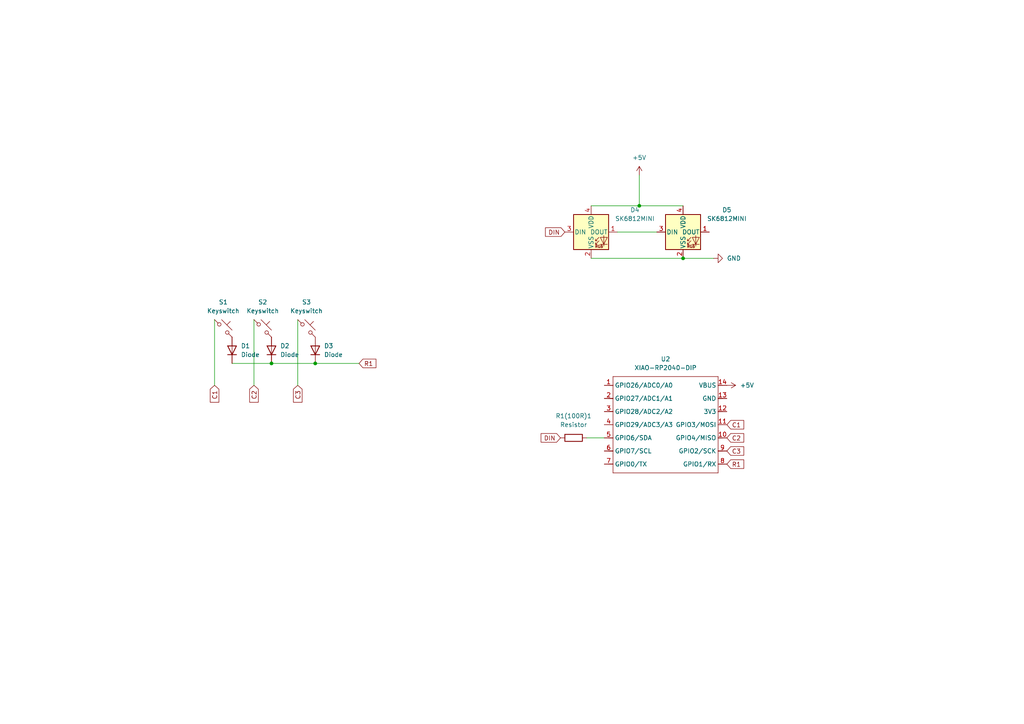
<source format=kicad_sch>
(kicad_sch
	(version 20250114)
	(generator "eeschema")
	(generator_version "9.0")
	(uuid "272d3b13-e81b-4dd4-9933-f4c7d1e0560a")
	(paper "A4")
	(lib_symbols
		(symbol "LED:SK6812MINI"
			(pin_names
				(offset 0.254)
			)
			(exclude_from_sim no)
			(in_bom yes)
			(on_board yes)
			(property "Reference" "D"
				(at 5.08 5.715 0)
				(effects
					(font
						(size 1.27 1.27)
					)
					(justify right bottom)
				)
			)
			(property "Value" "SK6812MINI"
				(at 1.27 -5.715 0)
				(effects
					(font
						(size 1.27 1.27)
					)
					(justify left top)
				)
			)
			(property "Footprint" "LED_SMD:LED_SK6812MINI_PLCC4_3.5x3.5mm_P1.75mm"
				(at 1.27 -7.62 0)
				(effects
					(font
						(size 1.27 1.27)
					)
					(justify left top)
					(hide yes)
				)
			)
			(property "Datasheet" "https://cdn-shop.adafruit.com/product-files/2686/SK6812MINI_REV.01-1-2.pdf"
				(at 2.54 -9.525 0)
				(effects
					(font
						(size 1.27 1.27)
					)
					(justify left top)
					(hide yes)
				)
			)
			(property "Description" "RGB LED with integrated controller"
				(at 0 0 0)
				(effects
					(font
						(size 1.27 1.27)
					)
					(hide yes)
				)
			)
			(property "ki_keywords" "RGB LED NeoPixel Mini addressable"
				(at 0 0 0)
				(effects
					(font
						(size 1.27 1.27)
					)
					(hide yes)
				)
			)
			(property "ki_fp_filters" "LED*SK6812MINI*PLCC*3.5x3.5mm*P1.75mm*"
				(at 0 0 0)
				(effects
					(font
						(size 1.27 1.27)
					)
					(hide yes)
				)
			)
			(symbol "SK6812MINI_0_0"
				(text "RGB"
					(at 2.286 -4.191 0)
					(effects
						(font
							(size 0.762 0.762)
						)
					)
				)
			)
			(symbol "SK6812MINI_0_1"
				(polyline
					(pts
						(xy 1.27 -2.54) (xy 1.778 -2.54)
					)
					(stroke
						(width 0)
						(type default)
					)
					(fill
						(type none)
					)
				)
				(polyline
					(pts
						(xy 1.27 -3.556) (xy 1.778 -3.556)
					)
					(stroke
						(width 0)
						(type default)
					)
					(fill
						(type none)
					)
				)
				(polyline
					(pts
						(xy 2.286 -1.524) (xy 1.27 -2.54) (xy 1.27 -2.032)
					)
					(stroke
						(width 0)
						(type default)
					)
					(fill
						(type none)
					)
				)
				(polyline
					(pts
						(xy 2.286 -2.54) (xy 1.27 -3.556) (xy 1.27 -3.048)
					)
					(stroke
						(width 0)
						(type default)
					)
					(fill
						(type none)
					)
				)
				(polyline
					(pts
						(xy 3.683 -1.016) (xy 3.683 -3.556) (xy 3.683 -4.064)
					)
					(stroke
						(width 0)
						(type default)
					)
					(fill
						(type none)
					)
				)
				(polyline
					(pts
						(xy 4.699 -1.524) (xy 2.667 -1.524) (xy 3.683 -3.556) (xy 4.699 -1.524)
					)
					(stroke
						(width 0)
						(type default)
					)
					(fill
						(type none)
					)
				)
				(polyline
					(pts
						(xy 4.699 -3.556) (xy 2.667 -3.556)
					)
					(stroke
						(width 0)
						(type default)
					)
					(fill
						(type none)
					)
				)
				(rectangle
					(start 5.08 5.08)
					(end -5.08 -5.08)
					(stroke
						(width 0.254)
						(type default)
					)
					(fill
						(type background)
					)
				)
			)
			(symbol "SK6812MINI_1_1"
				(pin input line
					(at -7.62 0 0)
					(length 2.54)
					(name "DIN"
						(effects
							(font
								(size 1.27 1.27)
							)
						)
					)
					(number "3"
						(effects
							(font
								(size 1.27 1.27)
							)
						)
					)
				)
				(pin power_in line
					(at 0 7.62 270)
					(length 2.54)
					(name "VDD"
						(effects
							(font
								(size 1.27 1.27)
							)
						)
					)
					(number "4"
						(effects
							(font
								(size 1.27 1.27)
							)
						)
					)
				)
				(pin power_in line
					(at 0 -7.62 90)
					(length 2.54)
					(name "VSS"
						(effects
							(font
								(size 1.27 1.27)
							)
						)
					)
					(number "2"
						(effects
							(font
								(size 1.27 1.27)
							)
						)
					)
				)
				(pin output line
					(at 7.62 0 180)
					(length 2.54)
					(name "DOUT"
						(effects
							(font
								(size 1.27 1.27)
							)
						)
					)
					(number "1"
						(effects
							(font
								(size 1.27 1.27)
							)
						)
					)
				)
			)
			(embedded_fonts no)
		)
		(symbol "OPL:XIAO-RP2040-DIP"
			(exclude_from_sim no)
			(in_bom yes)
			(on_board yes)
			(property "Reference" "U"
				(at 0 0 0)
				(effects
					(font
						(size 1.27 1.27)
					)
				)
			)
			(property "Value" "XIAO-RP2040-DIP"
				(at 5.334 -1.778 0)
				(effects
					(font
						(size 1.27 1.27)
					)
				)
			)
			(property "Footprint" "Module:MOUDLE14P-XIAO-DIP-SMD"
				(at 14.478 -32.258 0)
				(effects
					(font
						(size 1.27 1.27)
					)
					(hide yes)
				)
			)
			(property "Datasheet" ""
				(at 0 0 0)
				(effects
					(font
						(size 1.27 1.27)
					)
					(hide yes)
				)
			)
			(property "Description" ""
				(at 0 0 0)
				(effects
					(font
						(size 1.27 1.27)
					)
					(hide yes)
				)
			)
			(symbol "XIAO-RP2040-DIP_1_0"
				(polyline
					(pts
						(xy -1.27 -2.54) (xy 29.21 -2.54)
					)
					(stroke
						(width 0.1524)
						(type solid)
					)
					(fill
						(type none)
					)
				)
				(polyline
					(pts
						(xy -1.27 -5.08) (xy -2.54 -5.08)
					)
					(stroke
						(width 0.1524)
						(type solid)
					)
					(fill
						(type none)
					)
				)
				(polyline
					(pts
						(xy -1.27 -5.08) (xy -1.27 -2.54)
					)
					(stroke
						(width 0.1524)
						(type solid)
					)
					(fill
						(type none)
					)
				)
				(polyline
					(pts
						(xy -1.27 -8.89) (xy -2.54 -8.89)
					)
					(stroke
						(width 0.1524)
						(type solid)
					)
					(fill
						(type none)
					)
				)
				(polyline
					(pts
						(xy -1.27 -8.89) (xy -1.27 -5.08)
					)
					(stroke
						(width 0.1524)
						(type solid)
					)
					(fill
						(type none)
					)
				)
				(polyline
					(pts
						(xy -1.27 -12.7) (xy -2.54 -12.7)
					)
					(stroke
						(width 0.1524)
						(type solid)
					)
					(fill
						(type none)
					)
				)
				(polyline
					(pts
						(xy -1.27 -12.7) (xy -1.27 -8.89)
					)
					(stroke
						(width 0.1524)
						(type solid)
					)
					(fill
						(type none)
					)
				)
				(polyline
					(pts
						(xy -1.27 -16.51) (xy -2.54 -16.51)
					)
					(stroke
						(width 0.1524)
						(type solid)
					)
					(fill
						(type none)
					)
				)
				(polyline
					(pts
						(xy -1.27 -16.51) (xy -1.27 -12.7)
					)
					(stroke
						(width 0.1524)
						(type solid)
					)
					(fill
						(type none)
					)
				)
				(polyline
					(pts
						(xy -1.27 -20.32) (xy -2.54 -20.32)
					)
					(stroke
						(width 0.1524)
						(type solid)
					)
					(fill
						(type none)
					)
				)
				(polyline
					(pts
						(xy -1.27 -24.13) (xy -2.54 -24.13)
					)
					(stroke
						(width 0.1524)
						(type solid)
					)
					(fill
						(type none)
					)
				)
				(polyline
					(pts
						(xy -1.27 -27.94) (xy -2.54 -27.94)
					)
					(stroke
						(width 0.1524)
						(type solid)
					)
					(fill
						(type none)
					)
				)
				(polyline
					(pts
						(xy -1.27 -30.48) (xy -1.27 -16.51)
					)
					(stroke
						(width 0.1524)
						(type solid)
					)
					(fill
						(type none)
					)
				)
				(polyline
					(pts
						(xy 29.21 -2.54) (xy 29.21 -5.08)
					)
					(stroke
						(width 0.1524)
						(type solid)
					)
					(fill
						(type none)
					)
				)
				(polyline
					(pts
						(xy 29.21 -5.08) (xy 29.21 -8.89)
					)
					(stroke
						(width 0.1524)
						(type solid)
					)
					(fill
						(type none)
					)
				)
				(polyline
					(pts
						(xy 29.21 -8.89) (xy 29.21 -12.7)
					)
					(stroke
						(width 0.1524)
						(type solid)
					)
					(fill
						(type none)
					)
				)
				(polyline
					(pts
						(xy 29.21 -12.7) (xy 29.21 -30.48)
					)
					(stroke
						(width 0.1524)
						(type solid)
					)
					(fill
						(type none)
					)
				)
				(polyline
					(pts
						(xy 29.21 -30.48) (xy -1.27 -30.48)
					)
					(stroke
						(width 0.1524)
						(type solid)
					)
					(fill
						(type none)
					)
				)
				(polyline
					(pts
						(xy 30.48 -5.08) (xy 29.21 -5.08)
					)
					(stroke
						(width 0.1524)
						(type solid)
					)
					(fill
						(type none)
					)
				)
				(polyline
					(pts
						(xy 30.48 -8.89) (xy 29.21 -8.89)
					)
					(stroke
						(width 0.1524)
						(type solid)
					)
					(fill
						(type none)
					)
				)
				(polyline
					(pts
						(xy 30.48 -12.7) (xy 29.21 -12.7)
					)
					(stroke
						(width 0.1524)
						(type solid)
					)
					(fill
						(type none)
					)
				)
				(polyline
					(pts
						(xy 30.48 -16.51) (xy 29.21 -16.51)
					)
					(stroke
						(width 0.1524)
						(type solid)
					)
					(fill
						(type none)
					)
				)
				(polyline
					(pts
						(xy 30.48 -20.32) (xy 29.21 -20.32)
					)
					(stroke
						(width 0.1524)
						(type solid)
					)
					(fill
						(type none)
					)
				)
				(polyline
					(pts
						(xy 30.48 -24.13) (xy 29.21 -24.13)
					)
					(stroke
						(width 0.1524)
						(type solid)
					)
					(fill
						(type none)
					)
				)
				(polyline
					(pts
						(xy 30.48 -27.94) (xy 29.21 -27.94)
					)
					(stroke
						(width 0.1524)
						(type solid)
					)
					(fill
						(type none)
					)
				)
				(pin passive line
					(at -3.81 -5.08 0)
					(length 2.54)
					(name "GPIO26/ADC0/A0"
						(effects
							(font
								(size 1.27 1.27)
							)
						)
					)
					(number "1"
						(effects
							(font
								(size 1.27 1.27)
							)
						)
					)
				)
				(pin passive line
					(at -3.81 -8.89 0)
					(length 2.54)
					(name "GPIO27/ADC1/A1"
						(effects
							(font
								(size 1.27 1.27)
							)
						)
					)
					(number "2"
						(effects
							(font
								(size 1.27 1.27)
							)
						)
					)
				)
				(pin passive line
					(at -3.81 -12.7 0)
					(length 2.54)
					(name "GPIO28/ADC2/A2"
						(effects
							(font
								(size 1.27 1.27)
							)
						)
					)
					(number "3"
						(effects
							(font
								(size 1.27 1.27)
							)
						)
					)
				)
				(pin passive line
					(at -3.81 -16.51 0)
					(length 2.54)
					(name "GPIO29/ADC3/A3"
						(effects
							(font
								(size 1.27 1.27)
							)
						)
					)
					(number "4"
						(effects
							(font
								(size 1.27 1.27)
							)
						)
					)
				)
				(pin passive line
					(at -3.81 -20.32 0)
					(length 2.54)
					(name "GPIO6/SDA"
						(effects
							(font
								(size 1.27 1.27)
							)
						)
					)
					(number "5"
						(effects
							(font
								(size 1.27 1.27)
							)
						)
					)
				)
				(pin passive line
					(at -3.81 -24.13 0)
					(length 2.54)
					(name "GPIO7/SCL"
						(effects
							(font
								(size 1.27 1.27)
							)
						)
					)
					(number "6"
						(effects
							(font
								(size 1.27 1.27)
							)
						)
					)
				)
				(pin passive line
					(at -3.81 -27.94 0)
					(length 2.54)
					(name "GPIO0/TX"
						(effects
							(font
								(size 1.27 1.27)
							)
						)
					)
					(number "7"
						(effects
							(font
								(size 1.27 1.27)
							)
						)
					)
				)
				(pin passive line
					(at 31.75 -5.08 180)
					(length 2.54)
					(name "VBUS"
						(effects
							(font
								(size 1.27 1.27)
							)
						)
					)
					(number "14"
						(effects
							(font
								(size 1.27 1.27)
							)
						)
					)
				)
				(pin passive line
					(at 31.75 -8.89 180)
					(length 2.54)
					(name "GND"
						(effects
							(font
								(size 1.27 1.27)
							)
						)
					)
					(number "13"
						(effects
							(font
								(size 1.27 1.27)
							)
						)
					)
				)
				(pin passive line
					(at 31.75 -12.7 180)
					(length 2.54)
					(name "3V3"
						(effects
							(font
								(size 1.27 1.27)
							)
						)
					)
					(number "12"
						(effects
							(font
								(size 1.27 1.27)
							)
						)
					)
				)
				(pin passive line
					(at 31.75 -16.51 180)
					(length 2.54)
					(name "GPIO3/MOSI"
						(effects
							(font
								(size 1.27 1.27)
							)
						)
					)
					(number "11"
						(effects
							(font
								(size 1.27 1.27)
							)
						)
					)
				)
				(pin passive line
					(at 31.75 -20.32 180)
					(length 2.54)
					(name "GPIO4/MISO"
						(effects
							(font
								(size 1.27 1.27)
							)
						)
					)
					(number "10"
						(effects
							(font
								(size 1.27 1.27)
							)
						)
					)
				)
				(pin passive line
					(at 31.75 -24.13 180)
					(length 2.54)
					(name "GPIO2/SCK"
						(effects
							(font
								(size 1.27 1.27)
							)
						)
					)
					(number "9"
						(effects
							(font
								(size 1.27 1.27)
							)
						)
					)
				)
				(pin passive line
					(at 31.75 -27.94 180)
					(length 2.54)
					(name "GPIO1/RX"
						(effects
							(font
								(size 1.27 1.27)
							)
						)
					)
					(number "8"
						(effects
							(font
								(size 1.27 1.27)
							)
						)
					)
				)
			)
			(embedded_fonts no)
		)
		(symbol "ScottoKeebs:Placeholder_Diode"
			(pin_numbers
				(hide yes)
			)
			(pin_names
				(hide yes)
			)
			(exclude_from_sim no)
			(in_bom yes)
			(on_board yes)
			(property "Reference" "D"
				(at 0 2.54 0)
				(effects
					(font
						(size 1.27 1.27)
					)
				)
			)
			(property "Value" "Diode"
				(at 0 -2.54 0)
				(effects
					(font
						(size 1.27 1.27)
					)
				)
			)
			(property "Footprint" ""
				(at 0 0 0)
				(effects
					(font
						(size 1.27 1.27)
					)
					(hide yes)
				)
			)
			(property "Datasheet" ""
				(at 0 0 0)
				(effects
					(font
						(size 1.27 1.27)
					)
					(hide yes)
				)
			)
			(property "Description" "1N4148 (DO-35) or 1N4148W (SOD-123)"
				(at 0 0 0)
				(effects
					(font
						(size 1.27 1.27)
					)
					(hide yes)
				)
			)
			(property "Sim.Device" "D"
				(at 0 0 0)
				(effects
					(font
						(size 1.27 1.27)
					)
					(hide yes)
				)
			)
			(property "Sim.Pins" "1=K 2=A"
				(at 0 0 0)
				(effects
					(font
						(size 1.27 1.27)
					)
					(hide yes)
				)
			)
			(property "ki_keywords" "diode"
				(at 0 0 0)
				(effects
					(font
						(size 1.27 1.27)
					)
					(hide yes)
				)
			)
			(property "ki_fp_filters" "D*DO?35*"
				(at 0 0 0)
				(effects
					(font
						(size 1.27 1.27)
					)
					(hide yes)
				)
			)
			(symbol "Placeholder_Diode_0_1"
				(polyline
					(pts
						(xy -1.27 1.27) (xy -1.27 -1.27)
					)
					(stroke
						(width 0.254)
						(type default)
					)
					(fill
						(type none)
					)
				)
				(polyline
					(pts
						(xy 1.27 1.27) (xy 1.27 -1.27) (xy -1.27 0) (xy 1.27 1.27)
					)
					(stroke
						(width 0.254)
						(type default)
					)
					(fill
						(type none)
					)
				)
				(polyline
					(pts
						(xy 1.27 0) (xy -1.27 0)
					)
					(stroke
						(width 0)
						(type default)
					)
					(fill
						(type none)
					)
				)
			)
			(symbol "Placeholder_Diode_1_1"
				(pin passive line
					(at -3.81 0 0)
					(length 2.54)
					(name "K"
						(effects
							(font
								(size 1.27 1.27)
							)
						)
					)
					(number "1"
						(effects
							(font
								(size 1.27 1.27)
							)
						)
					)
				)
				(pin passive line
					(at 3.81 0 180)
					(length 2.54)
					(name "A"
						(effects
							(font
								(size 1.27 1.27)
							)
						)
					)
					(number "2"
						(effects
							(font
								(size 1.27 1.27)
							)
						)
					)
				)
			)
			(embedded_fonts no)
		)
		(symbol "ScottoKeebs:Placeholder_Keyswitch"
			(pin_numbers
				(hide yes)
			)
			(pin_names
				(offset 1.016)
				(hide yes)
			)
			(exclude_from_sim no)
			(in_bom yes)
			(on_board yes)
			(property "Reference" "S"
				(at 3.048 1.016 0)
				(effects
					(font
						(size 1.27 1.27)
					)
					(justify left)
				)
			)
			(property "Value" "Keyswitch"
				(at 0 -3.81 0)
				(effects
					(font
						(size 1.27 1.27)
					)
				)
			)
			(property "Footprint" ""
				(at 0 0 0)
				(effects
					(font
						(size 1.27 1.27)
					)
					(hide yes)
				)
			)
			(property "Datasheet" "~"
				(at 0 0 0)
				(effects
					(font
						(size 1.27 1.27)
					)
					(hide yes)
				)
			)
			(property "Description" "Push button switch, normally open, two pins, 45° tilted"
				(at 0 0 0)
				(effects
					(font
						(size 1.27 1.27)
					)
					(hide yes)
				)
			)
			(property "ki_keywords" "switch normally-open pushbutton push-button"
				(at 0 0 0)
				(effects
					(font
						(size 1.27 1.27)
					)
					(hide yes)
				)
			)
			(symbol "Placeholder_Keyswitch_0_1"
				(polyline
					(pts
						(xy -2.54 2.54) (xy -1.524 1.524) (xy -1.524 1.524)
					)
					(stroke
						(width 0)
						(type default)
					)
					(fill
						(type none)
					)
				)
				(circle
					(center -1.1684 1.1684)
					(radius 0.508)
					(stroke
						(width 0)
						(type default)
					)
					(fill
						(type none)
					)
				)
				(polyline
					(pts
						(xy -0.508 2.54) (xy 2.54 -0.508)
					)
					(stroke
						(width 0)
						(type default)
					)
					(fill
						(type none)
					)
				)
				(polyline
					(pts
						(xy 1.016 1.016) (xy 2.032 2.032)
					)
					(stroke
						(width 0)
						(type default)
					)
					(fill
						(type none)
					)
				)
				(circle
					(center 1.143 -1.1938)
					(radius 0.508)
					(stroke
						(width 0)
						(type default)
					)
					(fill
						(type none)
					)
				)
				(polyline
					(pts
						(xy 1.524 -1.524) (xy 2.54 -2.54) (xy 2.54 -2.54) (xy 2.54 -2.54)
					)
					(stroke
						(width 0)
						(type default)
					)
					(fill
						(type none)
					)
				)
				(pin passive line
					(at -2.54 2.54 0)
					(length 0)
					(name "1"
						(effects
							(font
								(size 1.27 1.27)
							)
						)
					)
					(number "1"
						(effects
							(font
								(size 1.27 1.27)
							)
						)
					)
				)
				(pin passive line
					(at 2.54 -2.54 180)
					(length 0)
					(name "2"
						(effects
							(font
								(size 1.27 1.27)
							)
						)
					)
					(number "2"
						(effects
							(font
								(size 1.27 1.27)
							)
						)
					)
				)
			)
			(embedded_fonts no)
		)
		(symbol "ScottoKeebs:Placeholder_Resistor"
			(pin_numbers
				(hide yes)
			)
			(pin_names
				(offset 0)
			)
			(exclude_from_sim no)
			(in_bom yes)
			(on_board yes)
			(property "Reference" "R"
				(at 0 2.032 0)
				(effects
					(font
						(size 1.27 1.27)
					)
				)
			)
			(property "Value" "Resistor"
				(at 0 -2.54 0)
				(effects
					(font
						(size 1.27 1.27)
					)
				)
			)
			(property "Footprint" ""
				(at 0 -1.778 0)
				(effects
					(font
						(size 1.27 1.27)
					)
					(hide yes)
				)
			)
			(property "Datasheet" "~"
				(at 0 0 90)
				(effects
					(font
						(size 1.27 1.27)
					)
					(hide yes)
				)
			)
			(property "Description" "Resistor"
				(at 0 0 0)
				(effects
					(font
						(size 1.27 1.27)
					)
					(hide yes)
				)
			)
			(property "ki_keywords" "R res resistor"
				(at 0 0 0)
				(effects
					(font
						(size 1.27 1.27)
					)
					(hide yes)
				)
			)
			(property "ki_fp_filters" "R_*"
				(at 0 0 0)
				(effects
					(font
						(size 1.27 1.27)
					)
					(hide yes)
				)
			)
			(symbol "Placeholder_Resistor_0_1"
				(rectangle
					(start 2.54 -1.016)
					(end -2.54 1.016)
					(stroke
						(width 0.254)
						(type default)
					)
					(fill
						(type none)
					)
				)
			)
			(symbol "Placeholder_Resistor_1_1"
				(pin passive line
					(at -3.81 0 0)
					(length 1.27)
					(name "~"
						(effects
							(font
								(size 1.27 1.27)
							)
						)
					)
					(number "1"
						(effects
							(font
								(size 1.27 1.27)
							)
						)
					)
				)
				(pin passive line
					(at 3.81 0 180)
					(length 1.27)
					(name "~"
						(effects
							(font
								(size 1.27 1.27)
							)
						)
					)
					(number "2"
						(effects
							(font
								(size 1.27 1.27)
							)
						)
					)
				)
			)
			(embedded_fonts no)
		)
		(symbol "power:+5V"
			(power)
			(pin_numbers
				(hide yes)
			)
			(pin_names
				(offset 0)
				(hide yes)
			)
			(exclude_from_sim no)
			(in_bom yes)
			(on_board yes)
			(property "Reference" "#PWR"
				(at 0 -3.81 0)
				(effects
					(font
						(size 1.27 1.27)
					)
					(hide yes)
				)
			)
			(property "Value" "+5V"
				(at 0 3.556 0)
				(effects
					(font
						(size 1.27 1.27)
					)
				)
			)
			(property "Footprint" ""
				(at 0 0 0)
				(effects
					(font
						(size 1.27 1.27)
					)
					(hide yes)
				)
			)
			(property "Datasheet" ""
				(at 0 0 0)
				(effects
					(font
						(size 1.27 1.27)
					)
					(hide yes)
				)
			)
			(property "Description" "Power symbol creates a global label with name \"+5V\""
				(at 0 0 0)
				(effects
					(font
						(size 1.27 1.27)
					)
					(hide yes)
				)
			)
			(property "ki_keywords" "global power"
				(at 0 0 0)
				(effects
					(font
						(size 1.27 1.27)
					)
					(hide yes)
				)
			)
			(symbol "+5V_0_1"
				(polyline
					(pts
						(xy -0.762 1.27) (xy 0 2.54)
					)
					(stroke
						(width 0)
						(type default)
					)
					(fill
						(type none)
					)
				)
				(polyline
					(pts
						(xy 0 2.54) (xy 0.762 1.27)
					)
					(stroke
						(width 0)
						(type default)
					)
					(fill
						(type none)
					)
				)
				(polyline
					(pts
						(xy 0 0) (xy 0 2.54)
					)
					(stroke
						(width 0)
						(type default)
					)
					(fill
						(type none)
					)
				)
			)
			(symbol "+5V_1_1"
				(pin power_in line
					(at 0 0 90)
					(length 0)
					(name "~"
						(effects
							(font
								(size 1.27 1.27)
							)
						)
					)
					(number "1"
						(effects
							(font
								(size 1.27 1.27)
							)
						)
					)
				)
			)
			(embedded_fonts no)
		)
		(symbol "power:GND"
			(power)
			(pin_numbers
				(hide yes)
			)
			(pin_names
				(offset 0)
				(hide yes)
			)
			(exclude_from_sim no)
			(in_bom yes)
			(on_board yes)
			(property "Reference" "#PWR"
				(at 0 -6.35 0)
				(effects
					(font
						(size 1.27 1.27)
					)
					(hide yes)
				)
			)
			(property "Value" "GND"
				(at 0 -3.81 0)
				(effects
					(font
						(size 1.27 1.27)
					)
				)
			)
			(property "Footprint" ""
				(at 0 0 0)
				(effects
					(font
						(size 1.27 1.27)
					)
					(hide yes)
				)
			)
			(property "Datasheet" ""
				(at 0 0 0)
				(effects
					(font
						(size 1.27 1.27)
					)
					(hide yes)
				)
			)
			(property "Description" "Power symbol creates a global label with name \"GND\" , ground"
				(at 0 0 0)
				(effects
					(font
						(size 1.27 1.27)
					)
					(hide yes)
				)
			)
			(property "ki_keywords" "global power"
				(at 0 0 0)
				(effects
					(font
						(size 1.27 1.27)
					)
					(hide yes)
				)
			)
			(symbol "GND_0_1"
				(polyline
					(pts
						(xy 0 0) (xy 0 -1.27) (xy 1.27 -1.27) (xy 0 -2.54) (xy -1.27 -1.27) (xy 0 -1.27)
					)
					(stroke
						(width 0)
						(type default)
					)
					(fill
						(type none)
					)
				)
			)
			(symbol "GND_1_1"
				(pin power_in line
					(at 0 0 270)
					(length 0)
					(name "~"
						(effects
							(font
								(size 1.27 1.27)
							)
						)
					)
					(number "1"
						(effects
							(font
								(size 1.27 1.27)
							)
						)
					)
				)
			)
			(embedded_fonts no)
		)
	)
	(junction
		(at 91.44 105.41)
		(diameter 0)
		(color 0 0 0 0)
		(uuid "52b9171c-4333-43a5-8a73-4ef84c6c5ece")
	)
	(junction
		(at 78.74 105.41)
		(diameter 0)
		(color 0 0 0 0)
		(uuid "9bd86826-f851-45a4-b756-d8d3d191521b")
	)
	(junction
		(at 185.42 59.69)
		(diameter 0)
		(color 0 0 0 0)
		(uuid "bf73b44c-4bb6-4b66-ad88-6d7a65e8f3cf")
	)
	(junction
		(at 198.12 74.93)
		(diameter 0)
		(color 0 0 0 0)
		(uuid "d54c2dbe-2346-4a36-b466-02087d340004")
	)
	(wire
		(pts
			(xy 179.07 67.31) (xy 190.5 67.31)
		)
		(stroke
			(width 0)
			(type default)
		)
		(uuid "06ede138-db63-42d6-87f8-53e16ba46508")
	)
	(wire
		(pts
			(xy 185.42 50.8) (xy 185.42 59.69)
		)
		(stroke
			(width 0)
			(type default)
		)
		(uuid "230cfa97-565d-4329-a147-725e4e271076")
	)
	(wire
		(pts
			(xy 73.66 92.71) (xy 73.66 111.76)
		)
		(stroke
			(width 0)
			(type default)
		)
		(uuid "2430ff32-2981-40f2-9b86-06ace795e363")
	)
	(wire
		(pts
			(xy 171.45 59.69) (xy 185.42 59.69)
		)
		(stroke
			(width 0)
			(type default)
		)
		(uuid "4bb78c18-219a-4310-b2b8-72f5496d9bd2")
	)
	(wire
		(pts
			(xy 91.44 105.41) (xy 104.14 105.41)
		)
		(stroke
			(width 0)
			(type default)
		)
		(uuid "570dd4e1-2913-4dbe-9c7e-64d72b8cec75")
	)
	(wire
		(pts
			(xy 171.45 74.93) (xy 198.12 74.93)
		)
		(stroke
			(width 0)
			(type default)
		)
		(uuid "5c2bde8d-8b74-4559-858d-f02774d01eea")
	)
	(wire
		(pts
			(xy 185.42 59.69) (xy 198.12 59.69)
		)
		(stroke
			(width 0)
			(type default)
		)
		(uuid "842c4908-5079-424c-85e4-940309ec0e73")
	)
	(wire
		(pts
			(xy 78.74 105.41) (xy 91.44 105.41)
		)
		(stroke
			(width 0)
			(type default)
		)
		(uuid "98e1a827-0d5d-4d0a-9601-781816a7da14")
	)
	(wire
		(pts
			(xy 170.18 127) (xy 175.26 127)
		)
		(stroke
			(width 0)
			(type default)
		)
		(uuid "c0a7e4ba-a7dc-4e72-8774-a815d6b94ddc")
	)
	(wire
		(pts
			(xy 67.31 105.41) (xy 78.74 105.41)
		)
		(stroke
			(width 0)
			(type default)
		)
		(uuid "cc3d3206-dbe7-4c18-aacb-31a71ef2b809")
	)
	(wire
		(pts
			(xy 62.23 92.71) (xy 62.23 111.76)
		)
		(stroke
			(width 0)
			(type default)
		)
		(uuid "e3fdcf2c-eccb-4460-88c5-a7db0845b665")
	)
	(wire
		(pts
			(xy 86.36 92.71) (xy 86.36 111.76)
		)
		(stroke
			(width 0)
			(type default)
		)
		(uuid "f3d0c8ab-00e0-4f2f-adb7-77f77f949855")
	)
	(wire
		(pts
			(xy 198.12 74.93) (xy 207.01 74.93)
		)
		(stroke
			(width 0)
			(type default)
		)
		(uuid "facc48b7-c77c-476d-9b1b-0a2ceb7da494")
	)
	(global_label "C2"
		(shape input)
		(at 73.66 111.76 270)
		(fields_autoplaced yes)
		(effects
			(font
				(size 1.27 1.27)
			)
			(justify right)
		)
		(uuid "0fdc4700-83d7-4773-8932-68fb82ce74a5")
		(property "Intersheetrefs" "${INTERSHEET_REFS}"
			(at 73.66 117.2247 90)
			(effects
				(font
					(size 1.27 1.27)
				)
				(justify right)
				(hide yes)
			)
		)
	)
	(global_label "DIN"
		(shape input)
		(at 163.83 67.31 180)
		(fields_autoplaced yes)
		(effects
			(font
				(size 1.27 1.27)
			)
			(justify right)
		)
		(uuid "2056bbfe-729c-4b59-9ca2-81788775d6e0")
		(property "Intersheetrefs" "${INTERSHEET_REFS}"
			(at 157.6395 67.31 0)
			(effects
				(font
					(size 1.27 1.27)
				)
				(justify right)
				(hide yes)
			)
		)
	)
	(global_label "R1"
		(shape input)
		(at 210.82 134.62 0)
		(fields_autoplaced yes)
		(effects
			(font
				(size 1.27 1.27)
			)
			(justify left)
		)
		(uuid "29f94a8f-d058-4167-b49e-e6226465aae2")
		(property "Intersheetrefs" "${INTERSHEET_REFS}"
			(at 216.2847 134.62 0)
			(effects
				(font
					(size 1.27 1.27)
				)
				(justify left)
				(hide yes)
			)
		)
	)
	(global_label "C3"
		(shape input)
		(at 86.36 111.76 270)
		(fields_autoplaced yes)
		(effects
			(font
				(size 1.27 1.27)
			)
			(justify right)
		)
		(uuid "2dfef2b8-fe4e-4db0-9acc-5eeb5e3814c4")
		(property "Intersheetrefs" "${INTERSHEET_REFS}"
			(at 86.36 117.2247 90)
			(effects
				(font
					(size 1.27 1.27)
				)
				(justify right)
				(hide yes)
			)
		)
	)
	(global_label "DIN"
		(shape input)
		(at 162.56 127 180)
		(fields_autoplaced yes)
		(effects
			(font
				(size 1.27 1.27)
			)
			(justify right)
		)
		(uuid "7ea3dc13-6887-4bf5-bb7d-1a886c9aa995")
		(property "Intersheetrefs" "${INTERSHEET_REFS}"
			(at 156.3695 127 0)
			(effects
				(font
					(size 1.27 1.27)
				)
				(justify right)
				(hide yes)
			)
		)
	)
	(global_label "C1"
		(shape input)
		(at 210.82 123.19 0)
		(fields_autoplaced yes)
		(effects
			(font
				(size 1.27 1.27)
			)
			(justify left)
		)
		(uuid "8f5d41ac-ebae-4b0b-bdab-5f3718c68b5c")
		(property "Intersheetrefs" "${INTERSHEET_REFS}"
			(at 216.2847 123.19 0)
			(effects
				(font
					(size 1.27 1.27)
				)
				(justify left)
				(hide yes)
			)
		)
	)
	(global_label "C3"
		(shape input)
		(at 210.82 130.81 0)
		(fields_autoplaced yes)
		(effects
			(font
				(size 1.27 1.27)
			)
			(justify left)
		)
		(uuid "9aaa7522-0264-4395-829c-af5756a42172")
		(property "Intersheetrefs" "${INTERSHEET_REFS}"
			(at 216.2847 130.81 0)
			(effects
				(font
					(size 1.27 1.27)
				)
				(justify left)
				(hide yes)
			)
		)
	)
	(global_label "R1"
		(shape input)
		(at 104.14 105.41 0)
		(fields_autoplaced yes)
		(effects
			(font
				(size 1.27 1.27)
			)
			(justify left)
		)
		(uuid "ac0cedcf-f4dd-49cd-a7b6-91375a5436af")
		(property "Intersheetrefs" "${INTERSHEET_REFS}"
			(at 109.6047 105.41 0)
			(effects
				(font
					(size 1.27 1.27)
				)
				(justify left)
				(hide yes)
			)
		)
	)
	(global_label "C2"
		(shape input)
		(at 210.82 127 0)
		(fields_autoplaced yes)
		(effects
			(font
				(size 1.27 1.27)
			)
			(justify left)
		)
		(uuid "cfc80be7-59a9-4a9c-a440-7aa23aa40976")
		(property "Intersheetrefs" "${INTERSHEET_REFS}"
			(at 216.2847 127 0)
			(effects
				(font
					(size 1.27 1.27)
				)
				(justify left)
				(hide yes)
			)
		)
	)
	(global_label "C1"
		(shape input)
		(at 62.23 111.76 270)
		(fields_autoplaced yes)
		(effects
			(font
				(size 1.27 1.27)
			)
			(justify right)
		)
		(uuid "f116ea0b-d1dc-4f28-962d-d7fac0f13a5d")
		(property "Intersheetrefs" "${INTERSHEET_REFS}"
			(at 62.23 117.2247 90)
			(effects
				(font
					(size 1.27 1.27)
				)
				(justify right)
				(hide yes)
			)
		)
	)
	(symbol
		(lib_id "ScottoKeebs:Placeholder_Keyswitch")
		(at 76.2 95.25 0)
		(unit 1)
		(exclude_from_sim no)
		(in_bom yes)
		(on_board yes)
		(dnp no)
		(fields_autoplaced yes)
		(uuid "1134cb8b-ea21-4751-9cd2-189221b35a50")
		(property "Reference" "S2"
			(at 76.2 87.63 0)
			(effects
				(font
					(size 1.27 1.27)
				)
			)
		)
		(property "Value" "Keyswitch"
			(at 76.2 90.17 0)
			(effects
				(font
					(size 1.27 1.27)
				)
			)
		)
		(property "Footprint" "ScottoKeebs_MX:MX_PCB_1.00u"
			(at 76.2 95.25 0)
			(effects
				(font
					(size 1.27 1.27)
				)
				(hide yes)
			)
		)
		(property "Datasheet" "~"
			(at 76.2 95.25 0)
			(effects
				(font
					(size 1.27 1.27)
				)
				(hide yes)
			)
		)
		(property "Description" "Push button switch, normally open, two pins, 45° tilted"
			(at 76.2 95.25 0)
			(effects
				(font
					(size 1.27 1.27)
				)
				(hide yes)
			)
		)
		(pin "1"
			(uuid "7e15a856-7f97-4091-a307-35bcd1f139dc")
		)
		(pin "2"
			(uuid "c898d997-8c44-4499-a465-f497e95d2d6c")
		)
		(instances
			(project "osu_keypad"
				(path "/272d3b13-e81b-4dd4-9933-f4c7d1e0560a"
					(reference "S2")
					(unit 1)
				)
			)
		)
	)
	(symbol
		(lib_id "ScottoKeebs:Placeholder_Diode")
		(at 67.31 101.6 90)
		(unit 1)
		(exclude_from_sim no)
		(in_bom yes)
		(on_board yes)
		(dnp no)
		(fields_autoplaced yes)
		(uuid "37e74ff4-1f0e-4b98-bc71-f58597c62a73")
		(property "Reference" "D1"
			(at 69.85 100.3299 90)
			(effects
				(font
					(size 1.27 1.27)
				)
				(justify right)
			)
		)
		(property "Value" "Diode"
			(at 69.85 102.8699 90)
			(effects
				(font
					(size 1.27 1.27)
				)
				(justify right)
			)
		)
		(property "Footprint" "ScottoKeebs_Components:Diode_DO-35"
			(at 67.31 101.6 0)
			(effects
				(font
					(size 1.27 1.27)
				)
				(hide yes)
			)
		)
		(property "Datasheet" ""
			(at 67.31 101.6 0)
			(effects
				(font
					(size 1.27 1.27)
				)
				(hide yes)
			)
		)
		(property "Description" "1N4148 (DO-35) or 1N4148W (SOD-123)"
			(at 67.31 101.6 0)
			(effects
				(font
					(size 1.27 1.27)
				)
				(hide yes)
			)
		)
		(property "Sim.Device" "D"
			(at 67.31 101.6 0)
			(effects
				(font
					(size 1.27 1.27)
				)
				(hide yes)
			)
		)
		(property "Sim.Pins" "1=K 2=A"
			(at 67.31 101.6 0)
			(effects
				(font
					(size 1.27 1.27)
				)
				(hide yes)
			)
		)
		(pin "1"
			(uuid "cbd61dce-1c34-456d-8f27-eb4d63a2f628")
		)
		(pin "2"
			(uuid "4395b4f2-cdc6-44ac-8444-55f799178f69")
		)
		(instances
			(project ""
				(path "/272d3b13-e81b-4dd4-9933-f4c7d1e0560a"
					(reference "D1")
					(unit 1)
				)
			)
		)
	)
	(symbol
		(lib_id "ScottoKeebs:Placeholder_Diode")
		(at 78.74 101.6 90)
		(unit 1)
		(exclude_from_sim no)
		(in_bom yes)
		(on_board yes)
		(dnp no)
		(fields_autoplaced yes)
		(uuid "520adfbb-e072-4423-9bf7-ccfa7c7dad54")
		(property "Reference" "D2"
			(at 81.28 100.3299 90)
			(effects
				(font
					(size 1.27 1.27)
				)
				(justify right)
			)
		)
		(property "Value" "Diode"
			(at 81.28 102.8699 90)
			(effects
				(font
					(size 1.27 1.27)
				)
				(justify right)
			)
		)
		(property "Footprint" "ScottoKeebs_Components:Diode_DO-35"
			(at 78.74 101.6 0)
			(effects
				(font
					(size 1.27 1.27)
				)
				(hide yes)
			)
		)
		(property "Datasheet" ""
			(at 78.74 101.6 0)
			(effects
				(font
					(size 1.27 1.27)
				)
				(hide yes)
			)
		)
		(property "Description" "1N4148 (DO-35) or 1N4148W (SOD-123)"
			(at 78.74 101.6 0)
			(effects
				(font
					(size 1.27 1.27)
				)
				(hide yes)
			)
		)
		(property "Sim.Device" "D"
			(at 78.74 101.6 0)
			(effects
				(font
					(size 1.27 1.27)
				)
				(hide yes)
			)
		)
		(property "Sim.Pins" "1=K 2=A"
			(at 78.74 101.6 0)
			(effects
				(font
					(size 1.27 1.27)
				)
				(hide yes)
			)
		)
		(pin "1"
			(uuid "8357d1fa-dde8-4699-ac36-c7f2107dbe4d")
		)
		(pin "2"
			(uuid "f08bb29e-8083-4359-a136-bcf6a6acbdd4")
		)
		(instances
			(project "osu_keypad"
				(path "/272d3b13-e81b-4dd4-9933-f4c7d1e0560a"
					(reference "D2")
					(unit 1)
				)
			)
		)
	)
	(symbol
		(lib_id "power:+5V")
		(at 210.82 111.76 270)
		(unit 1)
		(exclude_from_sim no)
		(in_bom yes)
		(on_board yes)
		(dnp no)
		(fields_autoplaced yes)
		(uuid "538ce233-34dc-49ce-ac01-2e5ebd56006d")
		(property "Reference" "#PWR02"
			(at 207.01 111.76 0)
			(effects
				(font
					(size 1.27 1.27)
				)
				(hide yes)
			)
		)
		(property "Value" "+5V"
			(at 214.63 111.7599 90)
			(effects
				(font
					(size 1.27 1.27)
				)
				(justify left)
			)
		)
		(property "Footprint" ""
			(at 210.82 111.76 0)
			(effects
				(font
					(size 1.27 1.27)
				)
				(hide yes)
			)
		)
		(property "Datasheet" ""
			(at 210.82 111.76 0)
			(effects
				(font
					(size 1.27 1.27)
				)
				(hide yes)
			)
		)
		(property "Description" "Power symbol creates a global label with name \"+5V\""
			(at 210.82 111.76 0)
			(effects
				(font
					(size 1.27 1.27)
				)
				(hide yes)
			)
		)
		(pin "1"
			(uuid "f67b9588-91c4-49e3-891f-1e4f93b1e306")
		)
		(instances
			(project ""
				(path "/272d3b13-e81b-4dd4-9933-f4c7d1e0560a"
					(reference "#PWR02")
					(unit 1)
				)
			)
		)
	)
	(symbol
		(lib_id "OPL:XIAO-RP2040-DIP")
		(at 179.07 106.68 0)
		(unit 1)
		(exclude_from_sim no)
		(in_bom yes)
		(on_board yes)
		(dnp no)
		(fields_autoplaced yes)
		(uuid "53bed7fe-d760-4dfa-b0c0-0f01f0251280")
		(property "Reference" "U2"
			(at 193.04 104.14 0)
			(effects
				(font
					(size 1.27 1.27)
				)
			)
		)
		(property "Value" "XIAO-RP2040-DIP"
			(at 193.04 106.68 0)
			(effects
				(font
					(size 1.27 1.27)
				)
			)
		)
		(property "Footprint" "OPL:XIAO-RP2040-DIP"
			(at 193.548 138.938 0)
			(effects
				(font
					(size 1.27 1.27)
				)
				(hide yes)
			)
		)
		(property "Datasheet" ""
			(at 179.07 106.68 0)
			(effects
				(font
					(size 1.27 1.27)
				)
				(hide yes)
			)
		)
		(property "Description" ""
			(at 179.07 106.68 0)
			(effects
				(font
					(size 1.27 1.27)
				)
				(hide yes)
			)
		)
		(pin "2"
			(uuid "7fec09e6-63f1-4c65-992e-e2d779c4e427")
		)
		(pin "6"
			(uuid "dd5c5989-58ca-43bd-80fb-cac0bb3cb3dd")
		)
		(pin "13"
			(uuid "f42d72f0-f3e0-4f81-a6a5-b97636611bce")
		)
		(pin "10"
			(uuid "ddf34458-0036-4a15-a49d-b2d905c64f4e")
		)
		(pin "1"
			(uuid "ec07d8fd-f6c2-4b2d-8727-a93cb949c7c3")
		)
		(pin "8"
			(uuid "4fd11153-7b67-4560-b15c-93bbf1e75185")
		)
		(pin "3"
			(uuid "46de6dbf-e368-4d52-9db5-ca97daf37888")
		)
		(pin "5"
			(uuid "312bb2ff-e602-40a2-ad76-36770b54ff4e")
		)
		(pin "12"
			(uuid "32aa7048-f62a-480c-80d5-62936e9a7d17")
		)
		(pin "7"
			(uuid "193c3354-55ab-489c-a3fd-33a036a4c80a")
		)
		(pin "4"
			(uuid "595c598f-e86a-446f-aa14-7be8024c5a5b")
		)
		(pin "14"
			(uuid "bb630830-64ad-41e9-837d-1a23992af005")
		)
		(pin "11"
			(uuid "5621cdc6-807a-40a9-a64e-bcd3a4f7fce5")
		)
		(pin "9"
			(uuid "379913df-9de6-41d5-8b3c-61950ab4162e")
		)
		(instances
			(project ""
				(path "/272d3b13-e81b-4dd4-9933-f4c7d1e0560a"
					(reference "U2")
					(unit 1)
				)
			)
		)
	)
	(symbol
		(lib_id "power:+5V")
		(at 185.42 50.8 0)
		(unit 1)
		(exclude_from_sim no)
		(in_bom yes)
		(on_board yes)
		(dnp no)
		(fields_autoplaced yes)
		(uuid "7e4b32af-7f4e-490f-b15a-54e810ddafa6")
		(property "Reference" "#PWR03"
			(at 185.42 54.61 0)
			(effects
				(font
					(size 1.27 1.27)
				)
				(hide yes)
			)
		)
		(property "Value" "+5V"
			(at 185.42 45.72 0)
			(effects
				(font
					(size 1.27 1.27)
				)
			)
		)
		(property "Footprint" ""
			(at 185.42 50.8 0)
			(effects
				(font
					(size 1.27 1.27)
				)
				(hide yes)
			)
		)
		(property "Datasheet" ""
			(at 185.42 50.8 0)
			(effects
				(font
					(size 1.27 1.27)
				)
				(hide yes)
			)
		)
		(property "Description" "Power symbol creates a global label with name \"+5V\""
			(at 185.42 50.8 0)
			(effects
				(font
					(size 1.27 1.27)
				)
				(hide yes)
			)
		)
		(pin "1"
			(uuid "f74c34d8-e2cb-4784-8ad5-771aecdf092d")
		)
		(instances
			(project "osu_keypad"
				(path "/272d3b13-e81b-4dd4-9933-f4c7d1e0560a"
					(reference "#PWR03")
					(unit 1)
				)
			)
		)
	)
	(symbol
		(lib_id "ScottoKeebs:Placeholder_Keyswitch")
		(at 88.9 95.25 0)
		(unit 1)
		(exclude_from_sim no)
		(in_bom yes)
		(on_board yes)
		(dnp no)
		(fields_autoplaced yes)
		(uuid "7e6274d8-c004-4fa8-9890-1d58b98c800a")
		(property "Reference" "S3"
			(at 88.9 87.63 0)
			(effects
				(font
					(size 1.27 1.27)
				)
			)
		)
		(property "Value" "Keyswitch"
			(at 88.9 90.17 0)
			(effects
				(font
					(size 1.27 1.27)
				)
			)
		)
		(property "Footprint" "ScottoKeebs_MX:MX_PCB_1.00u"
			(at 88.9 95.25 0)
			(effects
				(font
					(size 1.27 1.27)
				)
				(hide yes)
			)
		)
		(property "Datasheet" "~"
			(at 88.9 95.25 0)
			(effects
				(font
					(size 1.27 1.27)
				)
				(hide yes)
			)
		)
		(property "Description" "Push button switch, normally open, two pins, 45° tilted"
			(at 88.9 95.25 0)
			(effects
				(font
					(size 1.27 1.27)
				)
				(hide yes)
			)
		)
		(pin "1"
			(uuid "7508aab9-d5fb-484b-9132-418ca34c6981")
		)
		(pin "2"
			(uuid "63587800-5e6b-4b24-af24-55e70a355980")
		)
		(instances
			(project "osu_keypad"
				(path "/272d3b13-e81b-4dd4-9933-f4c7d1e0560a"
					(reference "S3")
					(unit 1)
				)
			)
		)
	)
	(symbol
		(lib_id "LED:SK6812MINI")
		(at 198.12 67.31 0)
		(unit 1)
		(exclude_from_sim no)
		(in_bom yes)
		(on_board yes)
		(dnp no)
		(fields_autoplaced yes)
		(uuid "9e7de3de-aace-4c60-b091-4885d0084b8c")
		(property "Reference" "D5"
			(at 210.82 60.8898 0)
			(effects
				(font
					(size 1.27 1.27)
				)
			)
		)
		(property "Value" "SK6812MINI"
			(at 210.82 63.4298 0)
			(effects
				(font
					(size 1.27 1.27)
				)
			)
		)
		(property "Footprint" "LED_SMD:LED_SK6812MINI_PLCC4_3.5x3.5mm_P1.75mm"
			(at 199.39 74.93 0)
			(effects
				(font
					(size 1.27 1.27)
				)
				(justify left top)
				(hide yes)
			)
		)
		(property "Datasheet" "https://cdn-shop.adafruit.com/product-files/2686/SK6812MINI_REV.01-1-2.pdf"
			(at 200.66 76.835 0)
			(effects
				(font
					(size 1.27 1.27)
				)
				(justify left top)
				(hide yes)
			)
		)
		(property "Description" "RGB LED with integrated controller"
			(at 198.12 67.31 0)
			(effects
				(font
					(size 1.27 1.27)
				)
				(hide yes)
			)
		)
		(pin "3"
			(uuid "8e263cfd-2773-4233-9708-8c231a62cc3f")
		)
		(pin "1"
			(uuid "b4e2a5b6-4368-4485-a18a-c6ffbf57d0ea")
		)
		(pin "4"
			(uuid "af6f07ad-4b04-4f24-ae69-9644ca6e7197")
		)
		(pin "2"
			(uuid "e25b2d57-3292-4850-a5a9-7392c9401352")
		)
		(instances
			(project "osu_keypad"
				(path "/272d3b13-e81b-4dd4-9933-f4c7d1e0560a"
					(reference "D5")
					(unit 1)
				)
			)
		)
	)
	(symbol
		(lib_id "LED:SK6812MINI")
		(at 171.45 67.31 0)
		(unit 1)
		(exclude_from_sim no)
		(in_bom yes)
		(on_board yes)
		(dnp no)
		(fields_autoplaced yes)
		(uuid "aaf90d43-79c1-45ce-92cc-5885810f0cf0")
		(property "Reference" "D4"
			(at 184.15 60.8898 0)
			(effects
				(font
					(size 1.27 1.27)
				)
			)
		)
		(property "Value" "SK6812MINI"
			(at 184.15 63.4298 0)
			(effects
				(font
					(size 1.27 1.27)
				)
			)
		)
		(property "Footprint" "LED_SMD:LED_SK6812MINI_PLCC4_3.5x3.5mm_P1.75mm"
			(at 172.72 74.93 0)
			(effects
				(font
					(size 1.27 1.27)
				)
				(justify left top)
				(hide yes)
			)
		)
		(property "Datasheet" "https://cdn-shop.adafruit.com/product-files/2686/SK6812MINI_REV.01-1-2.pdf"
			(at 173.99 76.835 0)
			(effects
				(font
					(size 1.27 1.27)
				)
				(justify left top)
				(hide yes)
			)
		)
		(property "Description" "RGB LED with integrated controller"
			(at 171.45 67.31 0)
			(effects
				(font
					(size 1.27 1.27)
				)
				(hide yes)
			)
		)
		(pin "3"
			(uuid "b8196bbc-b88c-4498-b188-e45f70aefb0f")
		)
		(pin "1"
			(uuid "4b324b76-77ab-4be8-944a-b6f0d78d4163")
		)
		(pin "4"
			(uuid "b6127a84-dca5-45da-85a8-da9c09b29f66")
		)
		(pin "2"
			(uuid "89d75685-14b9-4b63-a4f1-15be2c12a2ba")
		)
		(instances
			(project ""
				(path "/272d3b13-e81b-4dd4-9933-f4c7d1e0560a"
					(reference "D4")
					(unit 1)
				)
			)
		)
	)
	(symbol
		(lib_id "ScottoKeebs:Placeholder_Keyswitch")
		(at 64.77 95.25 0)
		(unit 1)
		(exclude_from_sim no)
		(in_bom yes)
		(on_board yes)
		(dnp no)
		(fields_autoplaced yes)
		(uuid "ad8b2f16-71ed-48bd-8631-65499b876a95")
		(property "Reference" "S1"
			(at 64.77 87.63 0)
			(effects
				(font
					(size 1.27 1.27)
				)
			)
		)
		(property "Value" "Keyswitch"
			(at 64.77 90.17 0)
			(effects
				(font
					(size 1.27 1.27)
				)
			)
		)
		(property "Footprint" "ScottoKeebs_MX:MX_PCB_1.00u"
			(at 64.77 95.25 0)
			(effects
				(font
					(size 1.27 1.27)
				)
				(hide yes)
			)
		)
		(property "Datasheet" "~"
			(at 64.77 95.25 0)
			(effects
				(font
					(size 1.27 1.27)
				)
				(hide yes)
			)
		)
		(property "Description" "Push button switch, normally open, two pins, 45° tilted"
			(at 64.77 95.25 0)
			(effects
				(font
					(size 1.27 1.27)
				)
				(hide yes)
			)
		)
		(pin "1"
			(uuid "9262bbac-d1d7-4353-996e-3d6fb5a52382")
		)
		(pin "2"
			(uuid "6a15f965-c7f0-4517-9003-b34b865834b9")
		)
		(instances
			(project ""
				(path "/272d3b13-e81b-4dd4-9933-f4c7d1e0560a"
					(reference "S1")
					(unit 1)
				)
			)
		)
	)
	(symbol
		(lib_id "power:GND")
		(at 207.01 74.93 90)
		(unit 1)
		(exclude_from_sim no)
		(in_bom yes)
		(on_board yes)
		(dnp no)
		(fields_autoplaced yes)
		(uuid "b2b495d6-7353-4cc8-9a56-2b391d45a425")
		(property "Reference" "#PWR01"
			(at 213.36 74.93 0)
			(effects
				(font
					(size 1.27 1.27)
				)
				(hide yes)
			)
		)
		(property "Value" "GND"
			(at 210.82 74.9299 90)
			(effects
				(font
					(size 1.27 1.27)
				)
				(justify right)
			)
		)
		(property "Footprint" ""
			(at 207.01 74.93 0)
			(effects
				(font
					(size 1.27 1.27)
				)
				(hide yes)
			)
		)
		(property "Datasheet" ""
			(at 207.01 74.93 0)
			(effects
				(font
					(size 1.27 1.27)
				)
				(hide yes)
			)
		)
		(property "Description" "Power symbol creates a global label with name \"GND\" , ground"
			(at 207.01 74.93 0)
			(effects
				(font
					(size 1.27 1.27)
				)
				(hide yes)
			)
		)
		(pin "1"
			(uuid "395eede7-9337-4c66-83ad-42a20e74a391")
		)
		(instances
			(project ""
				(path "/272d3b13-e81b-4dd4-9933-f4c7d1e0560a"
					(reference "#PWR01")
					(unit 1)
				)
			)
		)
	)
	(symbol
		(lib_id "ScottoKeebs:Placeholder_Resistor")
		(at 166.37 127 180)
		(unit 1)
		(exclude_from_sim no)
		(in_bom yes)
		(on_board yes)
		(dnp no)
		(fields_autoplaced yes)
		(uuid "b67cb409-abd0-4abd-aaf0-393af63e625e")
		(property "Reference" "R1(100R)1"
			(at 166.37 120.65 0)
			(effects
				(font
					(size 1.27 1.27)
				)
			)
		)
		(property "Value" "Resistor"
			(at 166.37 123.19 0)
			(effects
				(font
					(size 1.27 1.27)
				)
			)
		)
		(property "Footprint" "ScottoKeebs_Components:Resistor_0402"
			(at 166.37 125.222 0)
			(effects
				(font
					(size 1.27 1.27)
				)
				(hide yes)
			)
		)
		(property "Datasheet" "~"
			(at 166.37 127 90)
			(effects
				(font
					(size 1.27 1.27)
				)
				(hide yes)
			)
		)
		(property "Description" "Resistor"
			(at 166.37 127 0)
			(effects
				(font
					(size 1.27 1.27)
				)
				(hide yes)
			)
		)
		(pin "2"
			(uuid "112bc6ee-69d5-4dd3-b725-2d2fbe711467")
		)
		(pin "1"
			(uuid "a79c56c4-3510-4d19-9cf5-170eccd3553f")
		)
		(instances
			(project ""
				(path "/272d3b13-e81b-4dd4-9933-f4c7d1e0560a"
					(reference "R1(100R)1")
					(unit 1)
				)
			)
		)
	)
	(symbol
		(lib_id "ScottoKeebs:Placeholder_Diode")
		(at 91.44 101.6 90)
		(unit 1)
		(exclude_from_sim no)
		(in_bom yes)
		(on_board yes)
		(dnp no)
		(fields_autoplaced yes)
		(uuid "e4541339-faa1-47e7-a59b-498cca1015a6")
		(property "Reference" "D3"
			(at 93.98 100.3299 90)
			(effects
				(font
					(size 1.27 1.27)
				)
				(justify right)
			)
		)
		(property "Value" "Diode"
			(at 93.98 102.8699 90)
			(effects
				(font
					(size 1.27 1.27)
				)
				(justify right)
			)
		)
		(property "Footprint" "ScottoKeebs_Components:Diode_DO-35"
			(at 91.44 101.6 0)
			(effects
				(font
					(size 1.27 1.27)
				)
				(hide yes)
			)
		)
		(property "Datasheet" ""
			(at 91.44 101.6 0)
			(effects
				(font
					(size 1.27 1.27)
				)
				(hide yes)
			)
		)
		(property "Description" "1N4148 (DO-35) or 1N4148W (SOD-123)"
			(at 91.44 101.6 0)
			(effects
				(font
					(size 1.27 1.27)
				)
				(hide yes)
			)
		)
		(property "Sim.Device" "D"
			(at 91.44 101.6 0)
			(effects
				(font
					(size 1.27 1.27)
				)
				(hide yes)
			)
		)
		(property "Sim.Pins" "1=K 2=A"
			(at 91.44 101.6 0)
			(effects
				(font
					(size 1.27 1.27)
				)
				(hide yes)
			)
		)
		(pin "1"
			(uuid "92bd0f20-215e-4e2d-964c-ec330a3cba7e")
		)
		(pin "2"
			(uuid "48e299d0-28c3-4489-9da8-0191f6bb2ab9")
		)
		(instances
			(project "osu_keypad"
				(path "/272d3b13-e81b-4dd4-9933-f4c7d1e0560a"
					(reference "D3")
					(unit 1)
				)
			)
		)
	)
	(sheet_instances
		(path "/"
			(page "1")
		)
	)
	(embedded_fonts no)
)

</source>
